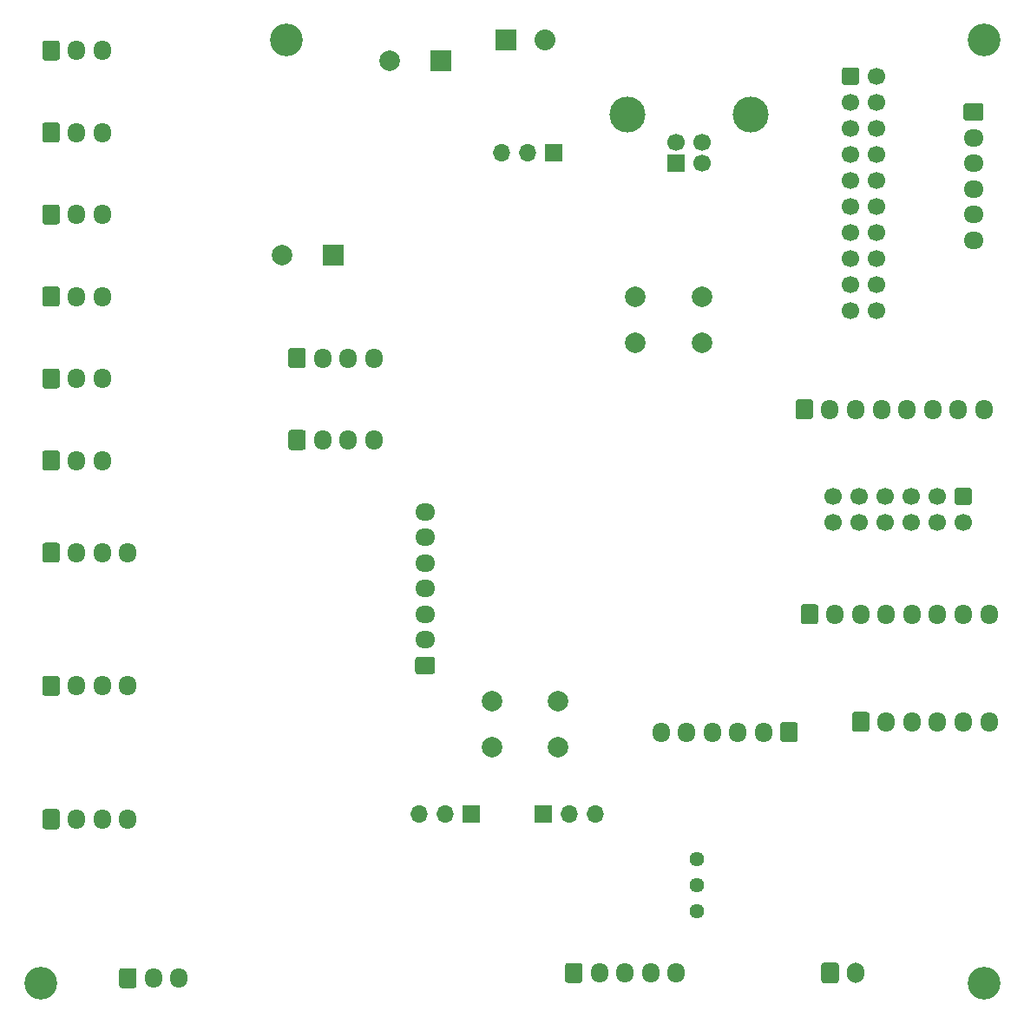
<source format=gbr>
%TF.GenerationSoftware,KiCad,Pcbnew,5.1.9-73d0e3b20d~88~ubuntu20.04.1*%
%TF.CreationDate,2021-04-20T13:41:42-04:00*%
%TF.ProjectId,control,636f6e74-726f-46c2-9e6b-696361645f70,rev?*%
%TF.SameCoordinates,Original*%
%TF.FileFunction,Soldermask,Bot*%
%TF.FilePolarity,Negative*%
%FSLAX46Y46*%
G04 Gerber Fmt 4.6, Leading zero omitted, Abs format (unit mm)*
G04 Created by KiCad (PCBNEW 5.1.9-73d0e3b20d~88~ubuntu20.04.1) date 2021-04-20 13:41:42*
%MOMM*%
%LPD*%
G01*
G04 APERTURE LIST*
%ADD10C,1.700000*%
%ADD11O,1.700000X1.950000*%
%ADD12O,1.950000X1.700000*%
%ADD13C,3.200000*%
%ADD14O,1.700000X2.000000*%
%ADD15C,2.000000*%
%ADD16C,1.440000*%
%ADD17O,1.700000X1.700000*%
%ADD18R,1.700000X1.700000*%
%ADD19C,3.500000*%
%ADD20C,2.032000*%
%ADD21R,2.032000X2.032000*%
%ADD22R,2.000000X2.000000*%
G04 APERTURE END LIST*
D10*
%TO.C,J34*%
X101300000Y-71040000D03*
X103840000Y-71040000D03*
X106380000Y-71040000D03*
X108920000Y-71040000D03*
X111460000Y-71040000D03*
X114000000Y-71040000D03*
X101300000Y-68500000D03*
X103840000Y-68500000D03*
X106380000Y-68500000D03*
X108920000Y-68500000D03*
X111460000Y-68500000D03*
G36*
G01*
X113400000Y-67650000D02*
X114600000Y-67650000D01*
G75*
G02*
X114850000Y-67900000I0J-250000D01*
G01*
X114850000Y-69100000D01*
G75*
G02*
X114600000Y-69350000I-250000J0D01*
G01*
X113400000Y-69350000D01*
G75*
G02*
X113150000Y-69100000I0J250000D01*
G01*
X113150000Y-67900000D01*
G75*
G02*
X113400000Y-67650000I250000J0D01*
G01*
G37*
%TD*%
D11*
%TO.C,J29*%
X116500000Y-80000000D03*
X114000000Y-80000000D03*
X111500000Y-80000000D03*
X109000000Y-80000000D03*
X106500000Y-80000000D03*
X104000000Y-80000000D03*
X101500000Y-80000000D03*
G36*
G01*
X98150000Y-80725000D02*
X98150000Y-79275000D01*
G75*
G02*
X98400000Y-79025000I250000J0D01*
G01*
X99600000Y-79025000D01*
G75*
G02*
X99850000Y-79275000I0J-250000D01*
G01*
X99850000Y-80725000D01*
G75*
G02*
X99600000Y-80975000I-250000J0D01*
G01*
X98400000Y-80975000D01*
G75*
G02*
X98150000Y-80725000I0J250000D01*
G01*
G37*
%TD*%
D12*
%TO.C,J25*%
X61500000Y-70000000D03*
X61500000Y-72500000D03*
X61500000Y-75000000D03*
X61500000Y-77500000D03*
X61500000Y-80000000D03*
X61500000Y-82500000D03*
G36*
G01*
X62225000Y-85850000D02*
X60775000Y-85850000D01*
G75*
G02*
X60525000Y-85600000I0J250000D01*
G01*
X60525000Y-84400000D01*
G75*
G02*
X60775000Y-84150000I250000J0D01*
G01*
X62225000Y-84150000D01*
G75*
G02*
X62475000Y-84400000I0J-250000D01*
G01*
X62475000Y-85600000D01*
G75*
G02*
X62225000Y-85850000I-250000J0D01*
G01*
G37*
%TD*%
D11*
%TO.C,J24*%
X116000000Y-60000000D03*
X113500000Y-60000000D03*
X111000000Y-60000000D03*
X108500000Y-60000000D03*
X106000000Y-60000000D03*
X103500000Y-60000000D03*
X101000000Y-60000000D03*
G36*
G01*
X97650000Y-60725000D02*
X97650000Y-59275000D01*
G75*
G02*
X97900000Y-59025000I250000J0D01*
G01*
X99100000Y-59025000D01*
G75*
G02*
X99350000Y-59275000I0J-250000D01*
G01*
X99350000Y-60725000D01*
G75*
G02*
X99100000Y-60975000I-250000J0D01*
G01*
X97900000Y-60975000D01*
G75*
G02*
X97650000Y-60725000I0J250000D01*
G01*
G37*
%TD*%
%TO.C,J12*%
X86000000Y-115000000D03*
X83500000Y-115000000D03*
X81000000Y-115000000D03*
X78500000Y-115000000D03*
G36*
G01*
X75150000Y-115725000D02*
X75150000Y-114275000D01*
G75*
G02*
X75400000Y-114025000I250000J0D01*
G01*
X76600000Y-114025000D01*
G75*
G02*
X76850000Y-114275000I0J-250000D01*
G01*
X76850000Y-115725000D01*
G75*
G02*
X76600000Y-115975000I-250000J0D01*
G01*
X75400000Y-115975000D01*
G75*
G02*
X75150000Y-115725000I0J250000D01*
G01*
G37*
%TD*%
D13*
%TO.C,REF\u002A\u002A*%
X116000000Y-116000000D03*
%TD*%
%TO.C,REF\u002A\u002A*%
X116000000Y-24000000D03*
%TD*%
%TO.C,REF\u002A\u002A*%
X48000000Y-24000000D03*
%TD*%
%TO.C,REF\u002A\u002A*%
X24000000Y-116000000D03*
%TD*%
D14*
%TO.C,J11*%
X103500000Y-115000000D03*
G36*
G01*
X100150000Y-115750000D02*
X100150000Y-114250000D01*
G75*
G02*
X100400000Y-114000000I250000J0D01*
G01*
X101600000Y-114000000D01*
G75*
G02*
X101850000Y-114250000I0J-250000D01*
G01*
X101850000Y-115750000D01*
G75*
G02*
X101600000Y-116000000I-250000J0D01*
G01*
X100400000Y-116000000D01*
G75*
G02*
X100150000Y-115750000I0J250000D01*
G01*
G37*
%TD*%
D15*
%TO.C,SW2*%
X74500000Y-88500000D03*
X74500000Y-93000000D03*
X68000000Y-88500000D03*
X68000000Y-93000000D03*
%TD*%
%TO.C,SW1*%
X82000000Y-53500000D03*
X82000000Y-49000000D03*
X88500000Y-53500000D03*
X88500000Y-49000000D03*
%TD*%
D16*
%TO.C,RV3*%
X88000000Y-103920000D03*
X88000000Y-106460000D03*
X88000000Y-109000000D03*
%TD*%
D17*
%TO.C,JP12*%
X60920000Y-99500000D03*
X63460000Y-99500000D03*
D18*
X66000000Y-99500000D03*
%TD*%
D17*
%TO.C,JP11*%
X78080000Y-99500000D03*
X75540000Y-99500000D03*
D18*
X73000000Y-99500000D03*
%TD*%
D17*
%TO.C,JP1*%
X68920000Y-35000000D03*
X71460000Y-35000000D03*
D18*
X74000000Y-35000000D03*
%TD*%
D11*
%TO.C,J28*%
X84500000Y-91500000D03*
X87000000Y-91500000D03*
X89500000Y-91500000D03*
X92000000Y-91500000D03*
X94500000Y-91500000D03*
G36*
G01*
X97850000Y-90775000D02*
X97850000Y-92225000D01*
G75*
G02*
X97600000Y-92475000I-250000J0D01*
G01*
X96400000Y-92475000D01*
G75*
G02*
X96150000Y-92225000I0J250000D01*
G01*
X96150000Y-90775000D01*
G75*
G02*
X96400000Y-90525000I250000J0D01*
G01*
X97600000Y-90525000D01*
G75*
G02*
X97850000Y-90775000I0J-250000D01*
G01*
G37*
%TD*%
%TO.C,J26*%
X116500000Y-90500000D03*
X114000000Y-90500000D03*
X111500000Y-90500000D03*
X109000000Y-90500000D03*
X106500000Y-90500000D03*
G36*
G01*
X103150000Y-91225000D02*
X103150000Y-89775000D01*
G75*
G02*
X103400000Y-89525000I250000J0D01*
G01*
X104600000Y-89525000D01*
G75*
G02*
X104850000Y-89775000I0J-250000D01*
G01*
X104850000Y-91225000D01*
G75*
G02*
X104600000Y-91475000I-250000J0D01*
G01*
X103400000Y-91475000D01*
G75*
G02*
X103150000Y-91225000I0J250000D01*
G01*
G37*
%TD*%
D10*
%TO.C,J23*%
X105540000Y-50360000D03*
X105540000Y-47820000D03*
X105540000Y-45280000D03*
X105540000Y-42740000D03*
X105540000Y-40200000D03*
X105540000Y-37660000D03*
X105540000Y-35120000D03*
X105540000Y-32580000D03*
X105540000Y-30040000D03*
X105540000Y-27500000D03*
X103000000Y-50360000D03*
X103000000Y-47820000D03*
X103000000Y-45280000D03*
X103000000Y-42740000D03*
X103000000Y-40200000D03*
X103000000Y-37660000D03*
X103000000Y-35120000D03*
X103000000Y-32580000D03*
X103000000Y-30040000D03*
G36*
G01*
X102150000Y-28100000D02*
X102150000Y-26900000D01*
G75*
G02*
X102400000Y-26650000I250000J0D01*
G01*
X103600000Y-26650000D01*
G75*
G02*
X103850000Y-26900000I0J-250000D01*
G01*
X103850000Y-28100000D01*
G75*
G02*
X103600000Y-28350000I-250000J0D01*
G01*
X102400000Y-28350000D01*
G75*
G02*
X102150000Y-28100000I0J250000D01*
G01*
G37*
%TD*%
D11*
%TO.C,J22*%
X56500000Y-55000000D03*
X54000000Y-55000000D03*
X51500000Y-55000000D03*
G36*
G01*
X48150000Y-55725000D02*
X48150000Y-54275000D01*
G75*
G02*
X48400000Y-54025000I250000J0D01*
G01*
X49600000Y-54025000D01*
G75*
G02*
X49850000Y-54275000I0J-250000D01*
G01*
X49850000Y-55725000D01*
G75*
G02*
X49600000Y-55975000I-250000J0D01*
G01*
X48400000Y-55975000D01*
G75*
G02*
X48150000Y-55725000I0J250000D01*
G01*
G37*
%TD*%
D12*
%TO.C,J21*%
X115000000Y-43500000D03*
X115000000Y-41000000D03*
X115000000Y-38500000D03*
X115000000Y-36000000D03*
X115000000Y-33500000D03*
G36*
G01*
X114275000Y-30150000D02*
X115725000Y-30150000D01*
G75*
G02*
X115975000Y-30400000I0J-250000D01*
G01*
X115975000Y-31600000D01*
G75*
G02*
X115725000Y-31850000I-250000J0D01*
G01*
X114275000Y-31850000D01*
G75*
G02*
X114025000Y-31600000I0J250000D01*
G01*
X114025000Y-30400000D01*
G75*
G02*
X114275000Y-30150000I250000J0D01*
G01*
G37*
%TD*%
D11*
%TO.C,J19*%
X56500000Y-63000000D03*
X54000000Y-63000000D03*
X51500000Y-63000000D03*
G36*
G01*
X48150000Y-63725000D02*
X48150000Y-62275000D01*
G75*
G02*
X48400000Y-62025000I250000J0D01*
G01*
X49600000Y-62025000D01*
G75*
G02*
X49850000Y-62275000I0J-250000D01*
G01*
X49850000Y-63725000D01*
G75*
G02*
X49600000Y-63975000I-250000J0D01*
G01*
X48400000Y-63975000D01*
G75*
G02*
X48150000Y-63725000I0J250000D01*
G01*
G37*
%TD*%
%TO.C,J18*%
X30000000Y-33000000D03*
X27500000Y-33000000D03*
G36*
G01*
X24150000Y-33725000D02*
X24150000Y-32275000D01*
G75*
G02*
X24400000Y-32025000I250000J0D01*
G01*
X25600000Y-32025000D01*
G75*
G02*
X25850000Y-32275000I0J-250000D01*
G01*
X25850000Y-33725000D01*
G75*
G02*
X25600000Y-33975000I-250000J0D01*
G01*
X24400000Y-33975000D01*
G75*
G02*
X24150000Y-33725000I0J250000D01*
G01*
G37*
%TD*%
%TO.C,J17*%
X30000000Y-49000000D03*
X27500000Y-49000000D03*
G36*
G01*
X24150000Y-49725000D02*
X24150000Y-48275000D01*
G75*
G02*
X24400000Y-48025000I250000J0D01*
G01*
X25600000Y-48025000D01*
G75*
G02*
X25850000Y-48275000I0J-250000D01*
G01*
X25850000Y-49725000D01*
G75*
G02*
X25600000Y-49975000I-250000J0D01*
G01*
X24400000Y-49975000D01*
G75*
G02*
X24150000Y-49725000I0J250000D01*
G01*
G37*
%TD*%
%TO.C,J16*%
X30000000Y-65000000D03*
X27500000Y-65000000D03*
G36*
G01*
X24150000Y-65725000D02*
X24150000Y-64275000D01*
G75*
G02*
X24400000Y-64025000I250000J0D01*
G01*
X25600000Y-64025000D01*
G75*
G02*
X25850000Y-64275000I0J-250000D01*
G01*
X25850000Y-65725000D01*
G75*
G02*
X25600000Y-65975000I-250000J0D01*
G01*
X24400000Y-65975000D01*
G75*
G02*
X24150000Y-65725000I0J250000D01*
G01*
G37*
%TD*%
%TO.C,J15*%
X30000000Y-25000000D03*
X27500000Y-25000000D03*
G36*
G01*
X24150000Y-25725000D02*
X24150000Y-24275000D01*
G75*
G02*
X24400000Y-24025000I250000J0D01*
G01*
X25600000Y-24025000D01*
G75*
G02*
X25850000Y-24275000I0J-250000D01*
G01*
X25850000Y-25725000D01*
G75*
G02*
X25600000Y-25975000I-250000J0D01*
G01*
X24400000Y-25975000D01*
G75*
G02*
X24150000Y-25725000I0J250000D01*
G01*
G37*
%TD*%
%TO.C,J14*%
X30000000Y-57000000D03*
X27500000Y-57000000D03*
G36*
G01*
X24150000Y-57725000D02*
X24150000Y-56275000D01*
G75*
G02*
X24400000Y-56025000I250000J0D01*
G01*
X25600000Y-56025000D01*
G75*
G02*
X25850000Y-56275000I0J-250000D01*
G01*
X25850000Y-57725000D01*
G75*
G02*
X25600000Y-57975000I-250000J0D01*
G01*
X24400000Y-57975000D01*
G75*
G02*
X24150000Y-57725000I0J250000D01*
G01*
G37*
%TD*%
%TO.C,J13*%
X30000000Y-41000000D03*
X27500000Y-41000000D03*
G36*
G01*
X24150000Y-41725000D02*
X24150000Y-40275000D01*
G75*
G02*
X24400000Y-40025000I250000J0D01*
G01*
X25600000Y-40025000D01*
G75*
G02*
X25850000Y-40275000I0J-250000D01*
G01*
X25850000Y-41725000D01*
G75*
G02*
X25600000Y-41975000I-250000J0D01*
G01*
X24400000Y-41975000D01*
G75*
G02*
X24150000Y-41725000I0J250000D01*
G01*
G37*
%TD*%
%TO.C,J10*%
X37500000Y-115500000D03*
X35000000Y-115500000D03*
G36*
G01*
X31650000Y-116225000D02*
X31650000Y-114775000D01*
G75*
G02*
X31900000Y-114525000I250000J0D01*
G01*
X33100000Y-114525000D01*
G75*
G02*
X33350000Y-114775000I0J-250000D01*
G01*
X33350000Y-116225000D01*
G75*
G02*
X33100000Y-116475000I-250000J0D01*
G01*
X31900000Y-116475000D01*
G75*
G02*
X31650000Y-116225000I0J250000D01*
G01*
G37*
%TD*%
%TO.C,J8*%
X32500000Y-74000000D03*
X30000000Y-74000000D03*
X27500000Y-74000000D03*
G36*
G01*
X24150000Y-74725000D02*
X24150000Y-73275000D01*
G75*
G02*
X24400000Y-73025000I250000J0D01*
G01*
X25600000Y-73025000D01*
G75*
G02*
X25850000Y-73275000I0J-250000D01*
G01*
X25850000Y-74725000D01*
G75*
G02*
X25600000Y-74975000I-250000J0D01*
G01*
X24400000Y-74975000D01*
G75*
G02*
X24150000Y-74725000I0J250000D01*
G01*
G37*
%TD*%
%TO.C,J6*%
X32500000Y-100000000D03*
X30000000Y-100000000D03*
X27500000Y-100000000D03*
G36*
G01*
X24150000Y-100725000D02*
X24150000Y-99275000D01*
G75*
G02*
X24400000Y-99025000I250000J0D01*
G01*
X25600000Y-99025000D01*
G75*
G02*
X25850000Y-99275000I0J-250000D01*
G01*
X25850000Y-100725000D01*
G75*
G02*
X25600000Y-100975000I-250000J0D01*
G01*
X24400000Y-100975000D01*
G75*
G02*
X24150000Y-100725000I0J250000D01*
G01*
G37*
%TD*%
%TO.C,J4*%
X32500000Y-87000000D03*
X30000000Y-87000000D03*
X27500000Y-87000000D03*
G36*
G01*
X24150000Y-87725000D02*
X24150000Y-86275000D01*
G75*
G02*
X24400000Y-86025000I250000J0D01*
G01*
X25600000Y-86025000D01*
G75*
G02*
X25850000Y-86275000I0J-250000D01*
G01*
X25850000Y-87725000D01*
G75*
G02*
X25600000Y-87975000I-250000J0D01*
G01*
X24400000Y-87975000D01*
G75*
G02*
X24150000Y-87725000I0J250000D01*
G01*
G37*
%TD*%
D19*
%TO.C,J2*%
X93270000Y-31290000D03*
X81230000Y-31290000D03*
D10*
X86000000Y-34000000D03*
X88500000Y-34000000D03*
X88500000Y-36000000D03*
D18*
X86000000Y-36000000D03*
%TD*%
D20*
%TO.C,J1*%
X73192000Y-24000000D03*
D21*
X69382000Y-24000000D03*
%TD*%
D15*
%TO.C,C9*%
X47500000Y-45000000D03*
D22*
X52500000Y-45000000D03*
%TD*%
D15*
%TO.C,C3*%
X58000000Y-26000000D03*
D22*
X63000000Y-26000000D03*
%TD*%
M02*

</source>
